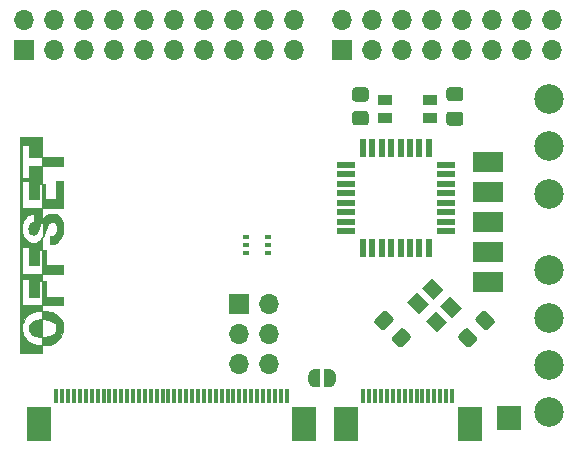
<source format=gbr>
%TF.GenerationSoftware,KiCad,Pcbnew,(5.1.8)-1*%
%TF.CreationDate,2021-01-10T00:46:59-06:00*%
%TF.ProjectId,GBAHD_Shield,47424148-445f-4536-9869-656c642e6b69,rev?*%
%TF.SameCoordinates,Original*%
%TF.FileFunction,Soldermask,Top*%
%TF.FilePolarity,Negative*%
%FSLAX46Y46*%
G04 Gerber Fmt 4.6, Leading zero omitted, Abs format (unit mm)*
G04 Created by KiCad (PCBNEW (5.1.8)-1) date 2021-01-10 00:46:59*
%MOMM*%
%LPD*%
G01*
G04 APERTURE LIST*
%ADD10C,0.010000*%
%ADD11C,0.100000*%
%ADD12C,2.500000*%
%ADD13R,2.000000X2.000000*%
%ADD14R,0.600000X0.420000*%
%ADD15R,2.500000X1.800000*%
%ADD16R,0.300000X1.300000*%
%ADD17R,2.000000X3.000000*%
%ADD18R,1.600000X0.550000*%
%ADD19R,0.550000X1.600000*%
%ADD20R,1.250000X0.900000*%
%ADD21O,1.700000X1.700000*%
%ADD22R,1.700000X1.700000*%
G04 APERTURE END LIST*
D10*
%TO.C,G\u002A\u002A\u002A*%
G36*
X47582769Y-38586462D02*
G01*
X47582769Y-40325385D01*
X49302154Y-40325385D01*
X49302154Y-41028769D01*
X47582769Y-41028769D01*
X47582769Y-42533231D01*
X47817231Y-42533231D01*
X47817231Y-43881385D01*
X48755077Y-43881385D01*
X48755077Y-42298769D01*
X49302154Y-42298769D01*
X49302154Y-44584769D01*
X47582769Y-44584769D01*
X47582769Y-45546026D01*
X47669440Y-45431744D01*
X47791212Y-45294429D01*
X47923555Y-45192152D01*
X48070770Y-45122956D01*
X48237158Y-45084886D01*
X48427019Y-45075984D01*
X48449878Y-45076715D01*
X48609439Y-45092542D01*
X48744566Y-45128901D01*
X48866180Y-45189679D01*
X48961489Y-45258831D01*
X49075004Y-45375905D01*
X49169038Y-45521974D01*
X49243007Y-45691829D01*
X49296330Y-45880264D01*
X49328424Y-46082071D01*
X49338706Y-46292042D01*
X49326594Y-46504968D01*
X49291506Y-46715643D01*
X49232858Y-46918859D01*
X49165136Y-47079630D01*
X49056386Y-47261301D01*
X48924338Y-47412410D01*
X48770491Y-47531869D01*
X48596338Y-47618587D01*
X48403378Y-47671475D01*
X48339438Y-47680895D01*
X48226646Y-47694308D01*
X48231977Y-47336269D01*
X48237308Y-46978231D01*
X48336433Y-46966131D01*
X48467815Y-46935147D01*
X48575634Y-46875571D01*
X48647603Y-46806872D01*
X48705790Y-46725996D01*
X48746166Y-46636415D01*
X48771015Y-46529896D01*
X48782616Y-46398204D01*
X48784176Y-46313923D01*
X48783410Y-46215717D01*
X48779646Y-46145488D01*
X48771023Y-46092153D01*
X48755678Y-46044628D01*
X48731751Y-45991831D01*
X48729204Y-45986628D01*
X48662182Y-45884081D01*
X48577960Y-45816237D01*
X48474544Y-45781796D01*
X48405925Y-45776615D01*
X48319366Y-45782661D01*
X48244052Y-45803029D01*
X48177266Y-45841066D01*
X48116289Y-45900119D01*
X48058405Y-45983535D01*
X48000897Y-46094661D01*
X47941046Y-46236844D01*
X47876135Y-46413431D01*
X47866547Y-46440923D01*
X47823538Y-46558813D01*
X47774118Y-46684716D01*
X47724397Y-46803548D01*
X47680557Y-46900077D01*
X47586082Y-47095462D01*
X47583449Y-46323692D01*
X47580816Y-45551923D01*
X47503053Y-45704039D01*
X47469081Y-45777105D01*
X47427567Y-45876516D01*
X47382826Y-45991381D01*
X47339174Y-46110811D01*
X47320610Y-46164395D01*
X47255936Y-46346765D01*
X47196868Y-46494751D01*
X47141193Y-46612255D01*
X47086698Y-46703178D01*
X47031170Y-46771424D01*
X46972397Y-46820895D01*
X46936070Y-46842460D01*
X46854287Y-46866125D01*
X46756502Y-46866244D01*
X46657522Y-46843309D01*
X46630514Y-46832328D01*
X46547020Y-46774101D01*
X46480835Y-46687597D01*
X46432657Y-46579909D01*
X46403182Y-46458129D01*
X46393107Y-46329351D01*
X46403130Y-46200666D01*
X46433946Y-46079169D01*
X46486253Y-45971951D01*
X46539476Y-45905704D01*
X46624269Y-45840773D01*
X46723085Y-45795548D01*
X46820102Y-45777142D01*
X46825654Y-45777045D01*
X46898923Y-45776615D01*
X46898923Y-45073231D01*
X46796346Y-45073643D01*
X46692187Y-45085753D01*
X46573520Y-45117890D01*
X46455695Y-45164870D01*
X46354061Y-45221510D01*
X46349764Y-45224445D01*
X46199377Y-45351550D01*
X46071354Y-45508319D01*
X45968478Y-45690596D01*
X45893531Y-45894229D01*
X45888271Y-45913385D01*
X45882923Y-45942204D01*
X45882923Y-44584769D01*
X47582769Y-44584769D01*
X47582769Y-42533231D01*
X47270154Y-42533231D01*
X47270154Y-43881385D01*
X46449539Y-43881385D01*
X46449539Y-42298769D01*
X45882923Y-42298769D01*
X45882923Y-42064308D01*
X46449539Y-42064308D01*
X46449539Y-41028769D01*
X47582769Y-41028769D01*
X47582769Y-40325385D01*
X46449539Y-40325385D01*
X46449539Y-39289846D01*
X45882923Y-39289846D01*
X45882923Y-42064308D01*
X45882923Y-42298769D01*
X45882923Y-44584769D01*
X45882923Y-45942204D01*
X45869128Y-46016545D01*
X45857503Y-46146714D01*
X45853267Y-46292580D01*
X45856294Y-46442830D01*
X45866454Y-46586151D01*
X45883620Y-46711231D01*
X45898017Y-46775727D01*
X45971070Y-46985180D01*
X46067351Y-47165295D01*
X46186025Y-47314938D01*
X46326253Y-47432975D01*
X46425966Y-47490936D01*
X46491280Y-47522495D01*
X46542350Y-47543367D01*
X46590350Y-47555712D01*
X46646453Y-47561689D01*
X46721830Y-47563461D01*
X46800285Y-47563317D01*
X46905429Y-47561660D01*
X46981836Y-47556890D01*
X47039810Y-47547570D01*
X47089654Y-47532259D01*
X47122945Y-47518244D01*
X47279994Y-47426777D01*
X47420903Y-47304374D01*
X47496542Y-47215641D01*
X47582769Y-47101359D01*
X47582769Y-48121231D01*
X47875846Y-48121231D01*
X47875846Y-49469385D01*
X49302154Y-49469385D01*
X49302154Y-50172769D01*
X47582769Y-50172769D01*
X47582769Y-50758923D01*
X47875846Y-50758923D01*
X47875846Y-52107077D01*
X49302154Y-52107077D01*
X49302154Y-52810462D01*
X47582769Y-52810462D01*
X47582769Y-53313011D01*
X47362962Y-53323658D01*
X47095591Y-53351725D01*
X46852813Y-53409293D01*
X46632718Y-53497141D01*
X46433400Y-53616052D01*
X46252952Y-53766804D01*
X46233755Y-53785783D01*
X46090333Y-53954333D01*
X45981088Y-54138358D01*
X45904887Y-54340512D01*
X45882923Y-54451079D01*
X45882923Y-52810462D01*
X47582769Y-52810462D01*
X47582769Y-50758923D01*
X47328769Y-50758923D01*
X47328769Y-52107077D01*
X46449539Y-52107077D01*
X46449539Y-50583077D01*
X45882923Y-50583077D01*
X45882923Y-50172769D01*
X47582769Y-50172769D01*
X47582769Y-48121231D01*
X47328769Y-48121231D01*
X47328769Y-49469385D01*
X46449539Y-49469385D01*
X46449539Y-47945385D01*
X45882923Y-47945385D01*
X45882923Y-50172769D01*
X45882923Y-50583077D01*
X45882923Y-52810462D01*
X45882923Y-54451079D01*
X45860601Y-54563449D01*
X45849931Y-54686154D01*
X45854515Y-54931243D01*
X45894309Y-55160583D01*
X45968029Y-55372404D01*
X46074394Y-55564935D01*
X46212122Y-55736406D01*
X46379930Y-55885046D01*
X46576538Y-56009084D01*
X46800662Y-56106752D01*
X46902306Y-56139371D01*
X47015116Y-56167034D01*
X47148789Y-56192110D01*
X47288295Y-56212379D01*
X47418603Y-56225619D01*
X47513615Y-56229692D01*
X47582769Y-56229692D01*
X47582769Y-55512576D01*
X47802577Y-55500913D01*
X48029123Y-55476549D01*
X48226543Y-55429320D01*
X48394063Y-55359677D01*
X48530908Y-55268071D01*
X48636302Y-55154955D01*
X48709470Y-55020779D01*
X48729727Y-54960658D01*
X48748251Y-54846914D01*
X48747691Y-54717560D01*
X48729432Y-54588933D01*
X48694858Y-54477370D01*
X48687370Y-54461098D01*
X48604955Y-54336056D01*
X48490306Y-54232149D01*
X48343226Y-54149283D01*
X48163521Y-54087364D01*
X47950996Y-54046299D01*
X47790611Y-54030436D01*
X47582769Y-54016513D01*
X47582769Y-53318462D01*
X47746287Y-53318462D01*
X47981509Y-53333899D01*
X48217338Y-53378336D01*
X48442524Y-53448956D01*
X48645817Y-53542947D01*
X48647615Y-53543948D01*
X48835477Y-53670323D01*
X48998177Y-53824541D01*
X49132608Y-54002643D01*
X49235659Y-54200668D01*
X49291542Y-54363769D01*
X49305120Y-54433474D01*
X49316922Y-54529674D01*
X49326266Y-54640830D01*
X49332468Y-54755407D01*
X49334844Y-54861868D01*
X49332710Y-54948674D01*
X49328596Y-54989000D01*
X49272797Y-55222319D01*
X49184353Y-55434942D01*
X49064285Y-55625436D01*
X48913614Y-55792367D01*
X48733364Y-55934302D01*
X48597805Y-56014051D01*
X48400411Y-56100488D01*
X48183175Y-56163649D01*
X47940203Y-56205104D01*
X47841654Y-56215338D01*
X47582769Y-56238072D01*
X47582769Y-56913538D01*
X45687539Y-56913538D01*
X45687539Y-38586462D01*
X47582769Y-38586462D01*
G37*
X47582769Y-38586462D02*
X47582769Y-40325385D01*
X49302154Y-40325385D01*
X49302154Y-41028769D01*
X47582769Y-41028769D01*
X47582769Y-42533231D01*
X47817231Y-42533231D01*
X47817231Y-43881385D01*
X48755077Y-43881385D01*
X48755077Y-42298769D01*
X49302154Y-42298769D01*
X49302154Y-44584769D01*
X47582769Y-44584769D01*
X47582769Y-45546026D01*
X47669440Y-45431744D01*
X47791212Y-45294429D01*
X47923555Y-45192152D01*
X48070770Y-45122956D01*
X48237158Y-45084886D01*
X48427019Y-45075984D01*
X48449878Y-45076715D01*
X48609439Y-45092542D01*
X48744566Y-45128901D01*
X48866180Y-45189679D01*
X48961489Y-45258831D01*
X49075004Y-45375905D01*
X49169038Y-45521974D01*
X49243007Y-45691829D01*
X49296330Y-45880264D01*
X49328424Y-46082071D01*
X49338706Y-46292042D01*
X49326594Y-46504968D01*
X49291506Y-46715643D01*
X49232858Y-46918859D01*
X49165136Y-47079630D01*
X49056386Y-47261301D01*
X48924338Y-47412410D01*
X48770491Y-47531869D01*
X48596338Y-47618587D01*
X48403378Y-47671475D01*
X48339438Y-47680895D01*
X48226646Y-47694308D01*
X48231977Y-47336269D01*
X48237308Y-46978231D01*
X48336433Y-46966131D01*
X48467815Y-46935147D01*
X48575634Y-46875571D01*
X48647603Y-46806872D01*
X48705790Y-46725996D01*
X48746166Y-46636415D01*
X48771015Y-46529896D01*
X48782616Y-46398204D01*
X48784176Y-46313923D01*
X48783410Y-46215717D01*
X48779646Y-46145488D01*
X48771023Y-46092153D01*
X48755678Y-46044628D01*
X48731751Y-45991831D01*
X48729204Y-45986628D01*
X48662182Y-45884081D01*
X48577960Y-45816237D01*
X48474544Y-45781796D01*
X48405925Y-45776615D01*
X48319366Y-45782661D01*
X48244052Y-45803029D01*
X48177266Y-45841066D01*
X48116289Y-45900119D01*
X48058405Y-45983535D01*
X48000897Y-46094661D01*
X47941046Y-46236844D01*
X47876135Y-46413431D01*
X47866547Y-46440923D01*
X47823538Y-46558813D01*
X47774118Y-46684716D01*
X47724397Y-46803548D01*
X47680557Y-46900077D01*
X47586082Y-47095462D01*
X47583449Y-46323692D01*
X47580816Y-45551923D01*
X47503053Y-45704039D01*
X47469081Y-45777105D01*
X47427567Y-45876516D01*
X47382826Y-45991381D01*
X47339174Y-46110811D01*
X47320610Y-46164395D01*
X47255936Y-46346765D01*
X47196868Y-46494751D01*
X47141193Y-46612255D01*
X47086698Y-46703178D01*
X47031170Y-46771424D01*
X46972397Y-46820895D01*
X46936070Y-46842460D01*
X46854287Y-46866125D01*
X46756502Y-46866244D01*
X46657522Y-46843309D01*
X46630514Y-46832328D01*
X46547020Y-46774101D01*
X46480835Y-46687597D01*
X46432657Y-46579909D01*
X46403182Y-46458129D01*
X46393107Y-46329351D01*
X46403130Y-46200666D01*
X46433946Y-46079169D01*
X46486253Y-45971951D01*
X46539476Y-45905704D01*
X46624269Y-45840773D01*
X46723085Y-45795548D01*
X46820102Y-45777142D01*
X46825654Y-45777045D01*
X46898923Y-45776615D01*
X46898923Y-45073231D01*
X46796346Y-45073643D01*
X46692187Y-45085753D01*
X46573520Y-45117890D01*
X46455695Y-45164870D01*
X46354061Y-45221510D01*
X46349764Y-45224445D01*
X46199377Y-45351550D01*
X46071354Y-45508319D01*
X45968478Y-45690596D01*
X45893531Y-45894229D01*
X45888271Y-45913385D01*
X45882923Y-45942204D01*
X45882923Y-44584769D01*
X47582769Y-44584769D01*
X47582769Y-42533231D01*
X47270154Y-42533231D01*
X47270154Y-43881385D01*
X46449539Y-43881385D01*
X46449539Y-42298769D01*
X45882923Y-42298769D01*
X45882923Y-42064308D01*
X46449539Y-42064308D01*
X46449539Y-41028769D01*
X47582769Y-41028769D01*
X47582769Y-40325385D01*
X46449539Y-40325385D01*
X46449539Y-39289846D01*
X45882923Y-39289846D01*
X45882923Y-42064308D01*
X45882923Y-42298769D01*
X45882923Y-44584769D01*
X45882923Y-45942204D01*
X45869128Y-46016545D01*
X45857503Y-46146714D01*
X45853267Y-46292580D01*
X45856294Y-46442830D01*
X45866454Y-46586151D01*
X45883620Y-46711231D01*
X45898017Y-46775727D01*
X45971070Y-46985180D01*
X46067351Y-47165295D01*
X46186025Y-47314938D01*
X46326253Y-47432975D01*
X46425966Y-47490936D01*
X46491280Y-47522495D01*
X46542350Y-47543367D01*
X46590350Y-47555712D01*
X46646453Y-47561689D01*
X46721830Y-47563461D01*
X46800285Y-47563317D01*
X46905429Y-47561660D01*
X46981836Y-47556890D01*
X47039810Y-47547570D01*
X47089654Y-47532259D01*
X47122945Y-47518244D01*
X47279994Y-47426777D01*
X47420903Y-47304374D01*
X47496542Y-47215641D01*
X47582769Y-47101359D01*
X47582769Y-48121231D01*
X47875846Y-48121231D01*
X47875846Y-49469385D01*
X49302154Y-49469385D01*
X49302154Y-50172769D01*
X47582769Y-50172769D01*
X47582769Y-50758923D01*
X47875846Y-50758923D01*
X47875846Y-52107077D01*
X49302154Y-52107077D01*
X49302154Y-52810462D01*
X47582769Y-52810462D01*
X47582769Y-53313011D01*
X47362962Y-53323658D01*
X47095591Y-53351725D01*
X46852813Y-53409293D01*
X46632718Y-53497141D01*
X46433400Y-53616052D01*
X46252952Y-53766804D01*
X46233755Y-53785783D01*
X46090333Y-53954333D01*
X45981088Y-54138358D01*
X45904887Y-54340512D01*
X45882923Y-54451079D01*
X45882923Y-52810462D01*
X47582769Y-52810462D01*
X47582769Y-50758923D01*
X47328769Y-50758923D01*
X47328769Y-52107077D01*
X46449539Y-52107077D01*
X46449539Y-50583077D01*
X45882923Y-50583077D01*
X45882923Y-50172769D01*
X47582769Y-50172769D01*
X47582769Y-48121231D01*
X47328769Y-48121231D01*
X47328769Y-49469385D01*
X46449539Y-49469385D01*
X46449539Y-47945385D01*
X45882923Y-47945385D01*
X45882923Y-50172769D01*
X45882923Y-50583077D01*
X45882923Y-52810462D01*
X45882923Y-54451079D01*
X45860601Y-54563449D01*
X45849931Y-54686154D01*
X45854515Y-54931243D01*
X45894309Y-55160583D01*
X45968029Y-55372404D01*
X46074394Y-55564935D01*
X46212122Y-55736406D01*
X46379930Y-55885046D01*
X46576538Y-56009084D01*
X46800662Y-56106752D01*
X46902306Y-56139371D01*
X47015116Y-56167034D01*
X47148789Y-56192110D01*
X47288295Y-56212379D01*
X47418603Y-56225619D01*
X47513615Y-56229692D01*
X47582769Y-56229692D01*
X47582769Y-55512576D01*
X47802577Y-55500913D01*
X48029123Y-55476549D01*
X48226543Y-55429320D01*
X48394063Y-55359677D01*
X48530908Y-55268071D01*
X48636302Y-55154955D01*
X48709470Y-55020779D01*
X48729727Y-54960658D01*
X48748251Y-54846914D01*
X48747691Y-54717560D01*
X48729432Y-54588933D01*
X48694858Y-54477370D01*
X48687370Y-54461098D01*
X48604955Y-54336056D01*
X48490306Y-54232149D01*
X48343226Y-54149283D01*
X48163521Y-54087364D01*
X47950996Y-54046299D01*
X47790611Y-54030436D01*
X47582769Y-54016513D01*
X47582769Y-53318462D01*
X47746287Y-53318462D01*
X47981509Y-53333899D01*
X48217338Y-53378336D01*
X48442524Y-53448956D01*
X48645817Y-53542947D01*
X48647615Y-53543948D01*
X48835477Y-53670323D01*
X48998177Y-53824541D01*
X49132608Y-54002643D01*
X49235659Y-54200668D01*
X49291542Y-54363769D01*
X49305120Y-54433474D01*
X49316922Y-54529674D01*
X49326266Y-54640830D01*
X49332468Y-54755407D01*
X49334844Y-54861868D01*
X49332710Y-54948674D01*
X49328596Y-54989000D01*
X49272797Y-55222319D01*
X49184353Y-55434942D01*
X49064285Y-55625436D01*
X48913614Y-55792367D01*
X48733364Y-55934302D01*
X48597805Y-56014051D01*
X48400411Y-56100488D01*
X48183175Y-56163649D01*
X47940203Y-56205104D01*
X47841654Y-56215338D01*
X47582769Y-56238072D01*
X47582769Y-56913538D01*
X45687539Y-56913538D01*
X45687539Y-38586462D01*
X47582769Y-38586462D01*
G36*
X46441456Y-54671483D02*
G01*
X46446855Y-54604682D01*
X46458998Y-54550902D01*
X46480239Y-54497145D01*
X46494082Y-54468094D01*
X46577384Y-54340971D01*
X46692006Y-54235483D01*
X46838331Y-54151440D01*
X47016745Y-54088654D01*
X47227633Y-54046934D01*
X47383238Y-54030958D01*
X47582769Y-54016812D01*
X47582769Y-55506769D01*
X47448559Y-55506769D01*
X47307939Y-55499364D01*
X47159193Y-55478904D01*
X47015943Y-55448027D01*
X46891806Y-55409368D01*
X46845713Y-55390090D01*
X46720569Y-55317053D01*
X46610609Y-55224429D01*
X46524828Y-55120687D01*
X46486512Y-55051792D01*
X46463228Y-54991253D01*
X46449181Y-54929318D01*
X46442277Y-54852911D01*
X46440449Y-54764308D01*
X46441456Y-54671483D01*
G37*
X46441456Y-54671483D02*
X46446855Y-54604682D01*
X46458998Y-54550902D01*
X46480239Y-54497145D01*
X46494082Y-54468094D01*
X46577384Y-54340971D01*
X46692006Y-54235483D01*
X46838331Y-54151440D01*
X47016745Y-54088654D01*
X47227633Y-54046934D01*
X47383238Y-54030958D01*
X47582769Y-54016812D01*
X47582769Y-55506769D01*
X47448559Y-55506769D01*
X47307939Y-55499364D01*
X47159193Y-55478904D01*
X47015943Y-55448027D01*
X46891806Y-55409368D01*
X46845713Y-55390090D01*
X46720569Y-55317053D01*
X46610609Y-55224429D01*
X46524828Y-55120687D01*
X46486512Y-55051792D01*
X46463228Y-54991253D01*
X46449181Y-54929318D01*
X46442277Y-54852911D01*
X46440449Y-54764308D01*
X46441456Y-54671483D01*
%TD*%
D11*
%TO.C,X1*%
G36*
X81868016Y-54281569D02*
G01*
X81019488Y-55130097D01*
X80029538Y-54140147D01*
X80878066Y-53291619D01*
X81868016Y-54281569D01*
G37*
G36*
X80312381Y-52725934D02*
G01*
X79463853Y-53574462D01*
X78473903Y-52584512D01*
X79322431Y-51735984D01*
X80312381Y-52725934D01*
G37*
G36*
X81514462Y-51523853D02*
G01*
X80665934Y-52372381D01*
X79675984Y-51382431D01*
X80524512Y-50533903D01*
X81514462Y-51523853D01*
G37*
G36*
X83070097Y-53079488D02*
G01*
X82221569Y-53928016D01*
X81231619Y-52938066D01*
X82080147Y-52089538D01*
X83070097Y-53079488D01*
G37*
%TD*%
D12*
%TO.C,U1*%
X90492000Y-61881000D03*
X90492000Y-57881000D03*
X90492000Y-53881000D03*
X90492000Y-49881000D03*
X90492000Y-43381000D03*
X90492000Y-39381000D03*
X90492000Y-35381000D03*
%TD*%
D13*
%TO.C,J7*%
X87122000Y-62380000D03*
%TD*%
D14*
%TO.C,U3*%
X64800000Y-48400000D03*
X64800000Y-47750000D03*
X64800000Y-47100000D03*
X66700000Y-48400000D03*
X66700000Y-47750000D03*
X66700000Y-47100000D03*
%TD*%
D11*
%TO.C,SJ1*%
G36*
X71100000Y-59750000D02*
G01*
X70600000Y-59750000D01*
X70600000Y-59749398D01*
X70575466Y-59749398D01*
X70526635Y-59744588D01*
X70478510Y-59735016D01*
X70431555Y-59720772D01*
X70386222Y-59701995D01*
X70342949Y-59678864D01*
X70302150Y-59651604D01*
X70264221Y-59620476D01*
X70229524Y-59585779D01*
X70198396Y-59547850D01*
X70171136Y-59507051D01*
X70148005Y-59463778D01*
X70129228Y-59418445D01*
X70114984Y-59371490D01*
X70105412Y-59323365D01*
X70100602Y-59274534D01*
X70100602Y-59250000D01*
X70100000Y-59250000D01*
X70100000Y-58750000D01*
X70100602Y-58750000D01*
X70100602Y-58725466D01*
X70105412Y-58676635D01*
X70114984Y-58628510D01*
X70129228Y-58581555D01*
X70148005Y-58536222D01*
X70171136Y-58492949D01*
X70198396Y-58452150D01*
X70229524Y-58414221D01*
X70264221Y-58379524D01*
X70302150Y-58348396D01*
X70342949Y-58321136D01*
X70386222Y-58298005D01*
X70431555Y-58279228D01*
X70478510Y-58264984D01*
X70526635Y-58255412D01*
X70575466Y-58250602D01*
X70600000Y-58250602D01*
X70600000Y-58250000D01*
X71100000Y-58250000D01*
X71100000Y-59750000D01*
G37*
G36*
X71900000Y-58250602D02*
G01*
X71924534Y-58250602D01*
X71973365Y-58255412D01*
X72021490Y-58264984D01*
X72068445Y-58279228D01*
X72113778Y-58298005D01*
X72157051Y-58321136D01*
X72197850Y-58348396D01*
X72235779Y-58379524D01*
X72270476Y-58414221D01*
X72301604Y-58452150D01*
X72328864Y-58492949D01*
X72351995Y-58536222D01*
X72370772Y-58581555D01*
X72385016Y-58628510D01*
X72394588Y-58676635D01*
X72399398Y-58725466D01*
X72399398Y-58750000D01*
X72400000Y-58750000D01*
X72400000Y-59250000D01*
X72399398Y-59250000D01*
X72399398Y-59274534D01*
X72394588Y-59323365D01*
X72385016Y-59371490D01*
X72370772Y-59418445D01*
X72351995Y-59463778D01*
X72328864Y-59507051D01*
X72301604Y-59547850D01*
X72270476Y-59585779D01*
X72235779Y-59620476D01*
X72197850Y-59651604D01*
X72157051Y-59678864D01*
X72113778Y-59701995D01*
X72068445Y-59720772D01*
X72021490Y-59735016D01*
X71973365Y-59744588D01*
X71924534Y-59749398D01*
X71900000Y-59749398D01*
X71900000Y-59750000D01*
X71400000Y-59750000D01*
X71400000Y-58250000D01*
X71900000Y-58250000D01*
X71900000Y-58250602D01*
G37*
%TD*%
D15*
%TO.C,J5*%
X85300000Y-50860000D03*
X85300000Y-48320000D03*
X85300000Y-40700000D03*
X85300000Y-45780000D03*
X85300000Y-43240000D03*
%TD*%
D16*
%TO.C,J1*%
X52750000Y-60500000D03*
X51250000Y-60500000D03*
X55250000Y-60500000D03*
X53250000Y-60500000D03*
X58250000Y-60500000D03*
D17*
X69750000Y-62850000D03*
D16*
X50250000Y-60500000D03*
X57750000Y-60500000D03*
X57250000Y-60500000D03*
X55750000Y-60500000D03*
X53750000Y-60500000D03*
X48750000Y-60500000D03*
X54250000Y-60500000D03*
X61750000Y-60500000D03*
X49750000Y-60500000D03*
X50750000Y-60500000D03*
X54750000Y-60500000D03*
X51750000Y-60500000D03*
X49250000Y-60500000D03*
X67750000Y-60500000D03*
X58750000Y-60500000D03*
X56750000Y-60500000D03*
X63750000Y-60500000D03*
X63250000Y-60500000D03*
X59750000Y-60500000D03*
X62750000Y-60500000D03*
X64250000Y-60500000D03*
X62250000Y-60500000D03*
X60250000Y-60500000D03*
X64750000Y-60500000D03*
X65250000Y-60500000D03*
X65750000Y-60500000D03*
X66250000Y-60500000D03*
X67250000Y-60500000D03*
X59250000Y-60500000D03*
X66750000Y-60500000D03*
X56250000Y-60500000D03*
X52250000Y-60500000D03*
D17*
X47250000Y-62850000D03*
D16*
X68250000Y-60500000D03*
X60750000Y-60500000D03*
X61250000Y-60500000D03*
%TD*%
D18*
%TO.C,U2*%
X73250000Y-46550000D03*
X73250000Y-45750000D03*
X73250000Y-44950000D03*
X73250000Y-44150000D03*
X73250000Y-43350000D03*
X73250000Y-42550000D03*
X73250000Y-41750000D03*
X73250000Y-40950000D03*
D19*
X74700000Y-39500000D03*
X75500000Y-39500000D03*
X76300000Y-39500000D03*
X77100000Y-39500000D03*
X77900000Y-39500000D03*
X78700000Y-39500000D03*
X79500000Y-39500000D03*
X80300000Y-39500000D03*
D18*
X81750000Y-40950000D03*
X81750000Y-41750000D03*
X81750000Y-42550000D03*
X81750000Y-43350000D03*
X81750000Y-44150000D03*
X81750000Y-44950000D03*
X81750000Y-45750000D03*
X81750000Y-46550000D03*
D19*
X80300000Y-48000000D03*
X79500000Y-48000000D03*
X78700000Y-48000000D03*
X77900000Y-48000000D03*
X77100000Y-48000000D03*
X76300000Y-48000000D03*
X75500000Y-48000000D03*
X74700000Y-48000000D03*
%TD*%
D20*
%TO.C,SW1*%
X80425000Y-37000000D03*
X80425000Y-35500000D03*
X76575000Y-37000000D03*
X76575000Y-35500000D03*
%TD*%
%TO.C,R1*%
G36*
G01*
X74049999Y-36400000D02*
X74950001Y-36400000D01*
G75*
G02*
X75200000Y-36649999I0J-249999D01*
G01*
X75200000Y-37350001D01*
G75*
G02*
X74950001Y-37600000I-249999J0D01*
G01*
X74049999Y-37600000D01*
G75*
G02*
X73800000Y-37350001I0J249999D01*
G01*
X73800000Y-36649999D01*
G75*
G02*
X74049999Y-36400000I249999J0D01*
G01*
G37*
G36*
G01*
X74049999Y-34400000D02*
X74950001Y-34400000D01*
G75*
G02*
X75200000Y-34649999I0J-249999D01*
G01*
X75200000Y-35350001D01*
G75*
G02*
X74950001Y-35600000I-249999J0D01*
G01*
X74049999Y-35600000D01*
G75*
G02*
X73800000Y-35350001I0J249999D01*
G01*
X73800000Y-34649999D01*
G75*
G02*
X74049999Y-34400000I249999J0D01*
G01*
G37*
%TD*%
D21*
%TO.C,J6*%
X66790000Y-57830000D03*
X64250000Y-57830000D03*
X66790000Y-55290000D03*
X64250000Y-55290000D03*
X66790000Y-52750000D03*
D22*
X64250000Y-52750000D03*
%TD*%
D21*
%TO.C,J4*%
X68860000Y-28710000D03*
X68860000Y-31250000D03*
X66320000Y-28710000D03*
X66320000Y-31250000D03*
X63780000Y-28710000D03*
X63780000Y-31250000D03*
X61240000Y-28710000D03*
X61240000Y-31250000D03*
X58700000Y-28710000D03*
X58700000Y-31250000D03*
X56160000Y-28710000D03*
X56160000Y-31250000D03*
X53620000Y-28710000D03*
X53620000Y-31250000D03*
X51080000Y-28710000D03*
X51080000Y-31250000D03*
X48540000Y-28710000D03*
X48540000Y-31250000D03*
X46000000Y-28710000D03*
D22*
X46000000Y-31250000D03*
%TD*%
D16*
%TO.C,J3*%
X77750000Y-60500000D03*
X78750000Y-60500000D03*
D17*
X73250000Y-62850000D03*
D16*
X76750000Y-60500000D03*
X74750000Y-60500000D03*
X76250000Y-60500000D03*
X81250000Y-60500000D03*
X78250000Y-60500000D03*
X82250000Y-60500000D03*
D17*
X83750000Y-62850000D03*
D16*
X79750000Y-60500000D03*
X77250000Y-60500000D03*
X80250000Y-60500000D03*
X75750000Y-60500000D03*
X79250000Y-60500000D03*
X81750000Y-60500000D03*
X75250000Y-60500000D03*
X80750000Y-60500000D03*
%TD*%
D21*
%TO.C,J2*%
X90704000Y-28710000D03*
X90704000Y-31250000D03*
X88164000Y-28710000D03*
X88164000Y-31250000D03*
X85624000Y-28710000D03*
X85624000Y-31250000D03*
X83084000Y-28710000D03*
X83084000Y-31250000D03*
X80544000Y-28710000D03*
X80544000Y-31250000D03*
X78004000Y-28710000D03*
X78004000Y-31250000D03*
X75464000Y-28710000D03*
X75464000Y-31250000D03*
X72924000Y-28710000D03*
D22*
X72924000Y-31250000D03*
%TD*%
%TO.C,C3*%
G36*
G01*
X82025000Y-36450000D02*
X82975000Y-36450000D01*
G75*
G02*
X83225000Y-36700000I0J-250000D01*
G01*
X83225000Y-37375000D01*
G75*
G02*
X82975000Y-37625000I-250000J0D01*
G01*
X82025000Y-37625000D01*
G75*
G02*
X81775000Y-37375000I0J250000D01*
G01*
X81775000Y-36700000D01*
G75*
G02*
X82025000Y-36450000I250000J0D01*
G01*
G37*
G36*
G01*
X82025000Y-34375000D02*
X82975000Y-34375000D01*
G75*
G02*
X83225000Y-34625000I0J-250000D01*
G01*
X83225000Y-35300000D01*
G75*
G02*
X82975000Y-35550000I-250000J0D01*
G01*
X82025000Y-35550000D01*
G75*
G02*
X81775000Y-35300000I0J250000D01*
G01*
X81775000Y-34625000D01*
G75*
G02*
X82025000Y-34375000I250000J0D01*
G01*
G37*
%TD*%
%TO.C,C2*%
G36*
G01*
X84982073Y-54881678D02*
X84310322Y-54209927D01*
G75*
G02*
X84310322Y-53856373I176777J176777D01*
G01*
X84787619Y-53379076D01*
G75*
G02*
X85141173Y-53379076I176777J-176777D01*
G01*
X85812924Y-54050827D01*
G75*
G02*
X85812924Y-54404381I-176777J-176777D01*
G01*
X85335627Y-54881678D01*
G75*
G02*
X84982073Y-54881678I-176777J176777D01*
G01*
G37*
G36*
G01*
X83514827Y-56348924D02*
X82843076Y-55677173D01*
G75*
G02*
X82843076Y-55323619I176777J176777D01*
G01*
X83320373Y-54846322D01*
G75*
G02*
X83673927Y-54846322I176777J-176777D01*
G01*
X84345678Y-55518073D01*
G75*
G02*
X84345678Y-55871627I-176777J-176777D01*
G01*
X83868381Y-56348924D01*
G75*
G02*
X83514827Y-56348924I-176777J176777D01*
G01*
G37*
%TD*%
%TO.C,C1*%
G36*
G01*
X78700924Y-55677173D02*
X78029173Y-56348924D01*
G75*
G02*
X77675619Y-56348924I-176777J176777D01*
G01*
X77198322Y-55871627D01*
G75*
G02*
X77198322Y-55518073I176777J176777D01*
G01*
X77870073Y-54846322D01*
G75*
G02*
X78223627Y-54846322I176777J-176777D01*
G01*
X78700924Y-55323619D01*
G75*
G02*
X78700924Y-55677173I-176777J-176777D01*
G01*
G37*
G36*
G01*
X77233678Y-54209927D02*
X76561927Y-54881678D01*
G75*
G02*
X76208373Y-54881678I-176777J176777D01*
G01*
X75731076Y-54404381D01*
G75*
G02*
X75731076Y-54050827I176777J176777D01*
G01*
X76402827Y-53379076D01*
G75*
G02*
X76756381Y-53379076I176777J-176777D01*
G01*
X77233678Y-53856373D01*
G75*
G02*
X77233678Y-54209927I-176777J-176777D01*
G01*
G37*
%TD*%
M02*

</source>
